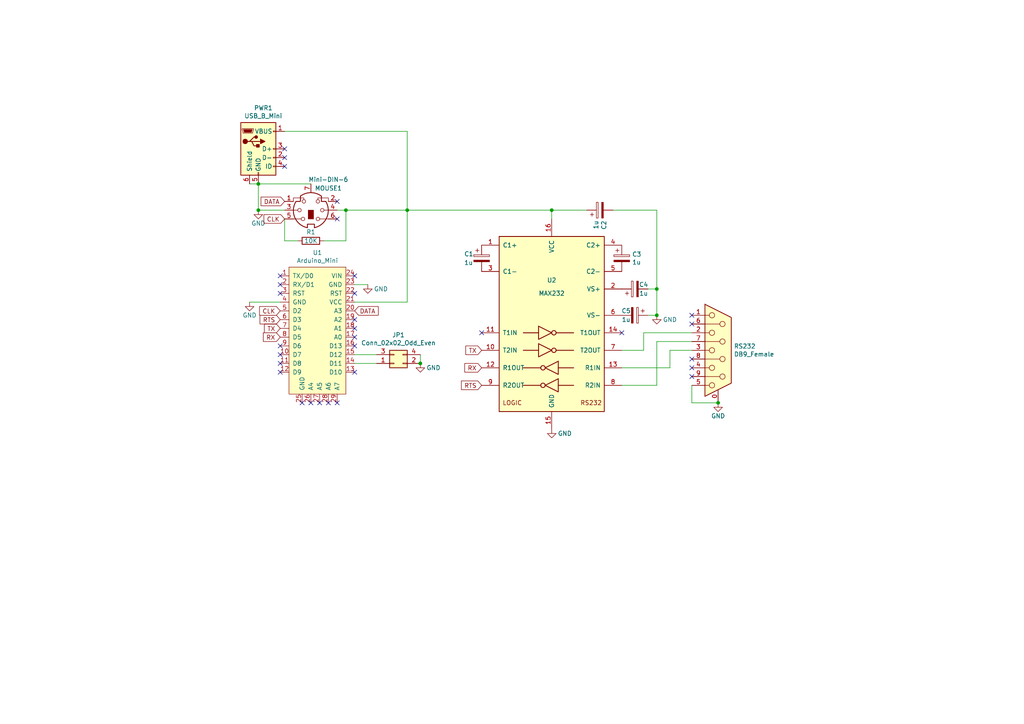
<source format=kicad_sch>
(kicad_sch (version 20211123) (generator eeschema)
  (paper "A4")
  (title_block (title "PS/2 to Serial Mouse Adapter") (date "2021-10-22") (rev "0.7") (company "Necroware") (comment 1 "by Scorp"))
  (lib_symbols
    (symbol "Connector:DB9_Female_MountingHoles" (pin_names (offset 1.016) hide)
      (property "Reference" "J" (at 0 16.51 0))
      (property "Value" "DB9_Female_MountingHoles" (at 0 14.605 0))
      (symbol "DB9_Female_MountingHoles_0_1"
        (circle (center -1.778 -10.16) (radius 0.762))
        (circle (center -1.778 -5.08) (radius 0.762))
        (circle (center -1.778 0) (radius 0.762))
        (circle (center -1.778 5.08) (radius 0.762))
        (circle (center -1.778 10.16) (radius 0.762))
        (polyline (pts (xy -3.81 -10.16) (xy -2.54 -10.16)))
        (polyline (pts (xy -3.81 -7.62) (xy 0.508 -7.62)))
        (polyline (pts (xy -3.81 -5.08) (xy -2.54 -5.08)))
        (polyline (pts (xy -3.81 -2.54) (xy 0.508 -2.54)))
        (polyline (pts (xy -3.81 0) (xy -2.54 0)))
        (polyline (pts (xy -3.81 2.54) (xy 0.508 2.54)))
        (polyline (pts (xy -3.81 5.08) (xy -2.54 5.08)))
        (polyline (pts (xy -3.81 7.62) (xy 0.508 7.62)))
        (polyline (pts (xy -3.81 10.16) (xy -2.54 10.16)))
        (polyline (pts (xy -3.81 13.335) (xy -3.81 -13.335) (xy 3.81 -9.525) (xy 3.81 9.525) (xy -3.81 13.335)) (stroke (width 0.254)) (fill (type background)))
        (circle (center 1.27 -7.62) (radius 0.762))
        (circle (center 1.27 -2.54) (radius 0.762))
        (circle (center 1.27 2.54) (radius 0.762))
        (circle (center 1.27 7.62) (radius 0.762))
      )
      (symbol "DB9_Female_MountingHoles_1_1"
        (pin passive line (at 0 -15.24 90) (length 3.81) (name "PAD") (number "0"))
        (pin passive line (at -7.62 10.16 0) (length 3.81) (name "1") (number "1"))
        (pin passive line (at -7.62 5.08 0) (length 3.81) (name "2") (number "2"))
        (pin passive line (at -7.62 0 0) (length 3.81) (name "3") (number "3"))
        (pin passive line (at -7.62 -5.08 0) (length 3.81) (name "4") (number "4"))
        (pin passive line (at -7.62 -10.16 0) (length 3.81) (name "5") (number "5"))
        (pin passive line (at -7.62 7.62 0) (length 3.81) (name "6") (number "6"))
        (pin passive line (at -7.62 2.54 0) (length 3.81) (name "7") (number "7"))
        (pin passive line (at -7.62 -2.54 0) (length 3.81) (name "8") (number "8"))
        (pin passive line (at -7.62 -7.62 0) (length 3.81) (name "9") (number "9"))
      )
    )
    (symbol "Connector:USB_B_Mini" (pin_names (offset 1.016))
      (property "Reference" "J" (at -5.08 11.43 0))
      (property "Value" "USB_B_Mini" (at -5.08 8.89 0))
      (symbol "USB_B_Mini_0_1"
        (rectangle (start -5.08 -7.62) (end 5.08 7.62) (stroke (width 0.254)) (fill (type background)))
        (circle (center -3.81 2.159) (radius 0.635) (stroke (width 0.254)) (fill (type outline)))
        (circle (center -0.635 3.429) (radius 0.381) (stroke (width 0.254)) (fill (type outline)))
        (rectangle (start -0.127 -7.62) (end 0.127 -6.858))
        (polyline (pts (xy -1.905 2.159) (xy 0.635 2.159)) (stroke (width 0.254)))
        (polyline (pts (xy -3.175 2.159) (xy -2.54 2.159) (xy -1.27 3.429) (xy -0.635 3.429)) (stroke (width 0.254)))
        (polyline (pts (xy -2.54 2.159) (xy -1.905 2.159) (xy -1.27 0.889) (xy 0 0.889)) (stroke (width 0.254)))
        (polyline (pts (xy 0.635 2.794) (xy 0.635 1.524) (xy 1.905 2.159) (xy 0.635 2.794)) (stroke (width 0.254)) (fill (type outline)))
        (polyline (pts (xy -4.318 5.588) (xy -1.778 5.588) (xy -2.032 4.826) (xy -4.064 4.826) (xy -4.318 5.588)) (fill (type outline)))
        (polyline (pts (xy -4.699 5.842) (xy -4.699 5.588) (xy -4.445 4.826) (xy -4.445 4.572) (xy -1.651 4.572) (xy -1.651 4.826) (xy -1.397 5.588) (xy -1.397 5.842) (xy -4.699 5.842)))
        (rectangle (start 0.254 1.27) (end -0.508 0.508) (stroke (width 0.254)) (fill (type outline)))
        (rectangle (start 5.08 -5.207) (end 4.318 -4.953))
        (rectangle (start 5.08 -2.667) (end 4.318 -2.413))
        (rectangle (start 5.08 -0.127) (end 4.318 0.127))
        (rectangle (start 5.08 4.953) (end 4.318 5.207))
      )
      (symbol "USB_B_Mini_1_1"
        (pin power_out line (at 7.62 5.08 180) (length 2.54) (name "VBUS") (number "1"))
        (pin bidirectional line (at 7.62 -2.54 180) (length 2.54) (name "D-") (number "2"))
        (pin bidirectional line (at 7.62 0 180) (length 2.54) (name "D+") (number "3"))
        (pin passive line (at 7.62 -5.08 180) (length 2.54) (name "ID") (number "4"))
        (pin power_out line (at 0 -10.16 90) (length 2.54) (name "GND") (number "5"))
        (pin passive line (at -2.54 -10.16 90) (length 2.54) (name "Shield") (number "6"))
      )
    )
    (symbol "Connector_Generic:Conn_02x02_Odd_Even" (pin_names (offset 1.016) hide)
      (property "Reference" "J" (at 1.27 2.54 0))
      (property "Value" "Conn_02x02_Odd_Even" (at 1.27 -5.08 0))
      (symbol "Conn_02x02_Odd_Even_1_1"
        (rectangle (start -1.27 -2.413) (end 0 -2.667) (stroke (width 0.1524)))
        (rectangle (start -1.27 0.127) (end 0 -0.127) (stroke (width 0.1524)))
        (rectangle (start -1.27 1.27) (end 3.81 -3.81) (stroke (width 0.254)) (fill (type background)))
        (rectangle (start 3.81 -2.413) (end 2.54 -2.667) (stroke (width 0.1524)))
        (rectangle (start 3.81 0.127) (end 2.54 -0.127) (stroke (width 0.1524)))
        (pin passive line (at -5.08 0 0) (length 3.81) (name "Pin_1") (number "1"))
        (pin passive line (at 7.62 0 180) (length 3.81) (name "Pin_2") (number "2"))
        (pin passive line (at -5.08 -2.54 0) (length 3.81) (name "Pin_3") (number "3"))
        (pin passive line (at 7.62 -2.54 180) (length 3.81) (name "Pin_4") (number "4"))
      )
    )
    (symbol "Device:R" (pin_numbers hide) (pin_names (offset 0))
      (property "Reference" "R" (at 2.032 0 90))
      (property "Value" "R" (at 0 0 90))
      (symbol "R_0_1"
        (rectangle (start -1.016 -2.54) (end 1.016 2.54) (stroke (width 0.254)))
      )
      (symbol "R_1_1"
        (pin passive line (at 0 3.81 270) (length 1.27) (name "~") (number "1"))
        (pin passive line (at 0 -3.81 90) (length 1.27) (name "~") (number "2"))
      )
    )
    (symbol "Interface_UART:MAX232" (pin_names (offset 1.016))
      (property "Reference" "U" (at -2.54 28.575 0))
      (property "Value" "MAX232" (at -2.54 26.67 0))
      (symbol "MAX232_0_0"
        (text "LOGIC" (at -11.43 -22.86 0) (effects (font (size 1.27 1.27))))
        (text "RS232" (at 11.43 -22.86 0) (effects (font (size 1.27 1.27))))
      )
      (symbol "MAX232_0_1"
        (rectangle (start -15.24 -25.4) (end 15.24 25.4) (stroke (width 0.254)) (fill (type background)))
        (circle (center -2.54 -17.78) (radius 0.635) (stroke (width 0.254)))
        (circle (center -2.54 -12.7) (radius 0.635) (stroke (width 0.254)))
        (polyline (pts (xy -3.81 -7.62) (xy -8.255 -7.62)) (stroke (width 0.254)))
        (polyline (pts (xy -3.81 -2.54) (xy -8.255 -2.54)) (stroke (width 0.254)))
        (polyline (pts (xy -3.175 -17.78) (xy -8.255 -17.78)) (stroke (width 0.254)))
        (polyline (pts (xy -3.175 -12.7) (xy -8.255 -12.7)) (stroke (width 0.254)))
        (polyline (pts (xy 1.27 -7.62) (xy 6.35 -7.62)) (stroke (width 0.254)))
        (polyline (pts (xy 1.27 -2.54) (xy 6.35 -2.54)) (stroke (width 0.254)))
        (polyline (pts (xy 1.905 -17.78) (xy 6.35 -17.78)) (stroke (width 0.254)))
        (polyline (pts (xy 1.905 -12.7) (xy 6.35 -12.7)) (stroke (width 0.254)))
        (polyline (pts (xy -3.81 -5.715) (xy -3.81 -9.525) (xy 0 -7.62) (xy -3.81 -5.715)) (stroke (width 0.254)))
        (polyline (pts (xy -3.81 -0.635) (xy -3.81 -4.445) (xy 0 -2.54) (xy -3.81 -0.635)) (stroke (width 0.254)))
        (polyline (pts (xy 1.905 -15.875) (xy 1.905 -19.685) (xy -1.905 -17.78) (xy 1.905 -15.875)) (stroke (width 0.254)))
        (polyline (pts (xy 1.905 -10.795) (xy 1.905 -14.605) (xy -1.905 -12.7) (xy 1.905 -10.795)) (stroke (width 0.254)))
        (circle (center 0.635 -7.62) (radius 0.635) (stroke (width 0.254)))
        (circle (center 0.635 -2.54) (radius 0.635) (stroke (width 0.254)))
      )
      (symbol "MAX232_1_1"
        (pin passive line (at -20.32 22.86 0) (length 5.08) (name "C1+") (number "1"))
        (pin input line (at -20.32 -7.62 0) (length 5.08) (name "T2IN") (number "10"))
        (pin input line (at -20.32 -2.54 0) (length 5.08) (name "T1IN") (number "11"))
        (pin output line (at -20.32 -12.7 0) (length 5.08) (name "R1OUT") (number "12"))
        (pin input line (at 20.32 -12.7 180) (length 5.08) (name "R1IN") (number "13"))
        (pin output line (at 20.32 -2.54 180) (length 5.08) (name "T1OUT") (number "14"))
        (pin power_in line (at 0 -30.48 90) (length 5.08) (name "GND") (number "15"))
        (pin power_in line (at 0 30.48 270) (length 5.08) (name "VCC") (number "16"))
        (pin power_out line (at 20.32 10.16 180) (length 5.08) (name "VS+") (number "2"))
        (pin passive line (at -20.32 15.24 0) (length 5.08) (name "C1-") (number "3"))
        (pin passive line (at 20.32 22.86 180) (length 5.08) (name "C2+") (number "4"))
        (pin passive line (at 20.32 15.24 180) (length 5.08) (name "C2-") (number "5"))
        (pin power_out line (at 20.32 2.54 180) (length 5.08) (name "VS-") (number "6"))
        (pin output line (at 20.32 -7.62 180) (length 5.08) (name "T2OUT") (number "7"))
        (pin input line (at 20.32 -17.78 180) (length 5.08) (name "R2IN") (number "8"))
        (pin output line (at -20.32 -17.78 0) (length 5.08) (name "R2OUT") (number "9"))
      )
    )
    (symbol "Necroware:Mini-DIN-6_shielded" (pin_names (offset 1.016))
      (property "Reference" "J" (at 0 6.35 0))
      (property "Value" "Mini-DIN-6_shielded" (at 1.27 8.89 0))
      (symbol "Mini-DIN-6_shielded_0_1"
        (circle (center -3.302 0) (radius 0.508))
        (arc (start -3.048 -4.064) (mid 0 -5.08) (end 3.048 -4.064) (stroke (width 0.254)))
        (circle (center -2.032 -2.54) (radius 0.508))
        (circle (center -2.032 2.54) (radius 0.508))
        (arc (start -1.016 5.08) (mid -4.6228 2.1214) (end -4.318 -2.54) (stroke (width 0.254)))
        (rectangle (start -0.762 2.54) (end 0.762 0) (fill (type outline)))
        (polyline (pts (xy -3.81 0) (xy -5.08 0)))
        (polyline (pts (xy -2.54 2.54) (xy -5.08 2.54)))
        (polyline (pts (xy 2.794 2.54) (xy 5.08 2.54)))
        (polyline (pts (xy 5.08 0) (xy 3.81 0)))
        (polyline (pts (xy -4.318 -2.54) (xy -3.048 -2.54) (xy -3.048 -4.064)) (stroke (width 0.254)))
        (polyline (pts (xy 4.318 -2.54) (xy 3.048 -2.54) (xy 3.048 -4.064)) (stroke (width 0.254)))
        (polyline (pts (xy -2.032 -3.048) (xy -2.032 -3.556) (xy -5.08 -3.556) (xy -5.08 -2.54)))
        (polyline (pts (xy -1.016 5.08) (xy -1.016 4.064) (xy 1.016 4.064) (xy 1.016 5.08)) (stroke (width 0.254)))
        (polyline (pts (xy 2.032 -3.048) (xy 2.032 -3.556) (xy 5.08 -3.556) (xy 5.08 -2.54)))
        (circle (center 2.032 -2.54) (radius 0.508))
        (circle (center 2.286 2.54) (radius 0.508))
        (circle (center 3.302 0) (radius 0.508))
        (arc (start 4.318 -2.54) (mid 4.6661 2.1322) (end 1.016 5.08) (stroke (width 0.254)))
      )
      (symbol "Mini-DIN-6_shielded_1_1"
        (pin passive line (at 7.62 -2.54 180) (length 2.54) (name "~") (number "1"))
        (pin passive line (at -7.62 -2.54 0) (length 2.54) (name "~") (number "2"))
        (pin passive line (at 7.62 0 180) (length 2.54) (name "~") (number "3"))
        (pin passive line (at -7.62 0 0) (length 2.54) (name "~") (number "4"))
        (pin passive line (at 7.62 2.54 180) (length 2.54) (name "~") (number "5"))
        (pin passive line (at -7.62 2.54 0) (length 2.54) (name "~") (number "6"))
        (pin bidirectional line (at 0 -7.62 90) (length 2.54) (name "~") (number "7"))
      )
    )
    (symbol "power:GND" (power) (pin_names (offset 0))
      (property "Value" "GND" (at 0 -3.81 0))
      (symbol "GND_0_1"
        (polyline (pts (xy 0 0) (xy 0 -1.27) (xy 1.27 -1.27) (xy 0 -2.54) (xy -1.27 -1.27) (xy 0 -1.27)))
      )
      (symbol "GND_1_1"
        (pin power_in line (at 0 0 270) (length 0) hide (name "GND") (number "1"))
      )
    )
    (symbol "ps2-serial-mouse-adapter-rescue:CP-Device" (pin_numbers hide) (pin_names (offset 0.254))
      (property "Reference" "C" (at 0.635 2.54 0))
      (property "Value" "CP-Device" (at 0.635 -2.54 0))
      (symbol "CP-Device_0_1"
        (rectangle (start -2.286 0.508) (end 2.286 1.016))
        (polyline (pts (xy -1.778 2.286) (xy -0.762 2.286)))
        (polyline (pts (xy -1.27 2.794) (xy -1.27 1.778)))
        (rectangle (start 2.286 -0.508) (end -2.286 -1.016) (fill (type outline)))
      )
      (symbol "CP-Device_1_1"
        (pin passive line (at 0 3.81 270) (length 2.794) (name "~") (number "1"))
        (pin passive line (at 0 -3.81 90) (length 2.794) (name "~") (number "2"))
      )
    )
    (symbol "ps2-serial-mouse-adapter:Arduino_Mini" (pin_names (offset 1.016))
      (property "Reference" "U1" (at 10.795 1.651 0))
      (property "Value" "Arduino_Mini" (at 10.795 -0.6604 0))
      (symbol "Arduino_Mini_0_1"
        (rectangle (start 2.54 -2.54) (end 19.05 -39.37) (fill (type background)))
      )
      (symbol "Arduino_Mini_1_1"
        (pin bidirectional line (at 0 -5.08 0) (length 2.54) (name "TX/D0") (number "1"))
        (pin bidirectional line (at 0 -27.94 0) (length 2.54) (name "D7") (number "10"))
        (pin bidirectional line (at 0 -30.48 0) (length 2.54) (name "D8") (number "11"))
        (pin bidirectional line (at 0 -33.02 0) (length 2.54) (name "D9") (number "12"))
        (pin bidirectional line (at 21.59 -33.02 180) (length 2.54) (name "D10") (number "13"))
        (pin bidirectional line (at 21.59 -30.48 180) (length 2.54) (name "D11") (number "14"))
        (pin bidirectional line (at 21.59 -27.94 180) (length 2.54) (name "D12") (number "15"))
        (pin bidirectional line (at 21.59 -25.4 180) (length 2.54) (name "D13") (number "16"))
        (pin bidirectional line (at 21.59 -22.86 180) (length 2.54) (name "A0") (number "17"))
        (pin bidirectional line (at 21.59 -20.32 180) (length 2.54) (name "A1") (number "18"))
        (pin bidirectional line (at 21.59 -17.78 180) (length 2.54) (name "A2") (number "19"))
        (pin bidirectional line (at 0 -7.62 0) (length 2.54) (name "RX/D1") (number "2"))
        (pin bidirectional line (at 21.59 -15.24 180) (length 2.54) (name "A3") (number "20"))
        (pin bidirectional line (at 21.59 -12.7 180) (length 2.54) (name "VCC") (number "21"))
        (pin bidirectional line (at 21.59 -10.16 180) (length 2.54) (name "RST") (number "22"))
        (pin bidirectional line (at 21.59 -7.62 180) (length 2.54) (name "GND") (number "23"))
        (pin bidirectional line (at 21.59 -5.08 180) (length 2.54) (name "VIN") (number "24"))
        (pin bidirectional line (at 6.35 -41.91 90) (length 2.54) (name "GND") (number "25"))
        (pin bidirectional line (at 8.89 -41.91 90) (length 2.54) (name "A4") (number "26"))
        (pin bidirectional line (at 11.43 -41.91 90) (length 2.54) (name "A5") (number "27"))
        (pin bidirectional line (at 13.97 -41.91 90) (length 2.54) (name "A6") (number "28"))
        (pin bidirectional line (at 16.51 -41.91 90) (length 2.54) (name "A7") (number "29"))
        (pin bidirectional line (at 0 -10.16 0) (length 2.54) (name "RST") (number "3"))
        (pin bidirectional line (at 0 -12.7 0) (length 2.54) (name "GND") (number "4"))
        (pin bidirectional line (at 0 -15.24 0) (length 2.54) (name "D2") (number "5"))
        (pin bidirectional line (at 0 -17.78 0) (length 2.54) (name "D3") (number "6"))
        (pin bidirectional line (at 0 -20.32 0) (length 2.54) (name "D4") (number "7"))
        (pin bidirectional line (at 0 -22.86 0) (length 2.54) (name "D5") (number "8"))
        (pin bidirectional line (at 0 -25.4 0) (length 2.54) (name "D6") (number "9"))
      )
    )
  )
  (junction (at 100.33 60.96))
  (junction (at 74.93 60.96))
  (junction (at 208.28 116.84))
  (junction (at 74.93 53.34))
  (junction (at 118.11 60.96))
  (junction (at 160.02 60.96))
  (junction (at 121.92 105.41))
  (junction (at 190.5 83.82))
  (junction (at 190.5 91.44))
  (no_connect (at 102.87 97.79))
  (no_connect (at 81.28 107.95))
  (no_connect (at 95.25 116.84))
  (no_connect (at 81.28 100.33))
  (no_connect (at 139.7 96.52))
  (no_connect (at 90.17 116.84))
  (no_connect (at 81.28 102.87))
  (no_connect (at 97.79 63.5))
  (no_connect (at 180.34 96.52))
  (no_connect (at 81.28 80.01))
  (no_connect (at 82.55 43.18))
  (no_connect (at 97.79 116.84))
  (no_connect (at 87.63 116.84))
  (no_connect (at 200.66 93.98))
  (no_connect (at 81.28 82.55))
  (no_connect (at 200.66 91.44))
  (no_connect (at 81.28 105.41))
  (no_connect (at 102.87 100.33))
  (no_connect (at 102.87 95.25))
  (no_connect (at 200.66 109.22))
  (no_connect (at 102.87 92.71))
  (no_connect (at 82.55 45.72))
  (no_connect (at 92.71 116.84))
  (no_connect (at 97.79 58.42))
  (no_connect (at 102.87 107.95))
  (no_connect (at 102.87 80.01))
  (no_connect (at 81.28 85.09))
  (no_connect (at 102.87 85.09))
  (no_connect (at 200.66 104.14))
  (no_connect (at 200.66 106.68))
  (no_connect (at 82.55 48.26))
  (wire (pts (xy 200.66 96.52) (xy 186.69 96.52)))
  (wire (pts (xy 194.31 101.6) (xy 200.66 101.6)))
  (wire (pts (xy 97.79 60.96) (xy 100.33 60.96)))
  (wire (pts (xy 190.5 111.76) (xy 180.34 111.76)))
  (wire (pts (xy 177.8 60.96) (xy 190.5 60.96)))
  (wire (pts (xy 72.39 53.34) (xy 74.93 53.34)))
  (wire (pts (xy 187.96 83.82) (xy 190.5 83.82)))
  (wire (pts (xy 82.55 63.5) (xy 82.55 69.85)))
  (wire (pts (xy 190.5 111.76) (xy 190.5 99.06)))
  (wire (pts (xy 102.87 87.63) (xy 118.11 87.63)))
  (wire (pts (xy 121.92 102.87) (xy 121.92 105.41)))
  (wire (pts (xy 102.87 82.55) (xy 106.68 82.55)))
  (wire (pts (xy 82.55 69.85) (xy 86.36 69.85)))
  (wire (pts (xy 190.5 60.96) (xy 190.5 83.82)))
  (wire (pts (xy 118.11 38.1) (xy 118.11 60.96)))
  (wire (pts (xy 170.18 60.96) (xy 160.02 60.96)))
  (wire (pts (xy 118.11 87.63) (xy 118.11 60.96)))
  (wire (pts (xy 118.11 60.96) (xy 160.02 60.96)))
  (wire (pts (xy 74.93 53.34) (xy 90.17 53.34)))
  (wire (pts (xy 200.66 116.84) (xy 208.28 116.84)))
  (wire (pts (xy 186.69 96.52) (xy 186.69 101.6)))
  (wire (pts (xy 102.87 102.87) (xy 109.22 102.87)))
  (wire (pts (xy 190.5 83.82) (xy 190.5 91.44)))
  (wire (pts (xy 180.34 106.68) (xy 194.31 106.68)))
  (wire (pts (xy 74.93 60.96) (xy 82.55 60.96)))
  (wire (pts (xy 187.96 91.44) (xy 190.5 91.44)))
  (wire (pts (xy 102.87 105.41) (xy 109.22 105.41)))
  (wire (pts (xy 200.66 111.76) (xy 200.66 116.84)))
  (wire (pts (xy 100.33 69.85) (xy 100.33 60.96)))
  (wire (pts (xy 82.55 38.1) (xy 118.11 38.1)))
  (wire (pts (xy 93.98 69.85) (xy 100.33 69.85)))
  (wire (pts (xy 186.69 101.6) (xy 180.34 101.6)))
  (wire (pts (xy 194.31 106.68) (xy 194.31 101.6)))
  (wire (pts (xy 74.93 53.34) (xy 74.93 60.96)))
  (wire (pts (xy 190.5 99.06) (xy 200.66 99.06)))
  (wire (pts (xy 81.28 87.63) (xy 72.39 87.63)))
  (wire (pts (xy 100.33 60.96) (xy 118.11 60.96)))
  (wire (pts (xy 160.02 60.96) (xy 160.02 63.5)))
  (global_label "TX" (shape input) (at 139.7 101.6 180) (property "Intersheet References" "${INTERSHEET_REFS}" (effects hide)))
  (global_label "DATA" (shape input) (at 102.87 90.17 0) (property "Intersheet References" "${INTERSHEET_REFS}" (effects hide)))
  (global_label "RTS" (shape input) (at 139.7 111.76 180) (property "Intersheet References" "${INTERSHEET_REFS}" (effects hide)))
  (global_label "RX" (shape input) (at 81.28 97.79 180) (property "Intersheet References" "${INTERSHEET_REFS}" (effects hide)))
  (global_label "CLK" (shape input) (at 81.28 90.17 180) (property "Intersheet References" "${INTERSHEET_REFS}" (effects hide)))
  (global_label "RTS" (shape input) (at 81.28 92.71 180) (property "Intersheet References" "${INTERSHEET_REFS}" (effects hide)))
  (global_label "DATA" (shape input) (at 82.55 58.42 180) (property "Intersheet References" "${INTERSHEET_REFS}" (effects hide)))
  (global_label "TX" (shape input) (at 81.28 95.25 180) (property "Intersheet References" "${INTERSHEET_REFS}" (effects hide)))
  (global_label "CLK" (shape input) (at 82.55 63.5 180) (property "Intersheet References" "${INTERSHEET_REFS}" (effects hide)))
  (global_label "RX" (shape input) (at 139.7 106.68 180) (property "Intersheet References" "${INTERSHEET_REFS}" (effects hide)))
  (symbol (lib_id "power:GND") (at 208.28 116.84 0) (unit 1)
    (property "Reference" "#PWR07" (effects hide))
    (property "Value" "GND" (at 208.28 120.65 0))
  )
  (symbol (lib_id "ps2-serial-mouse-adapter:Arduino_Mini") (at 81.28 74.93 0) (unit 1)
    (property "Reference" "U1" (at 92.075 73.279 0))
    (property "Value" "Arduino_Mini" (at 92.075 75.5904 0))
    (property "Footprint" "Package_DIP:DIP-24_W15.24mm_Socket" (effects hide))
  )
  (symbol (lib_id "Interface_UART:MAX232") (at 160.02 93.98 0) (unit 1)
    (property "Reference" "U2" (at 160.02 81.28 0))
    (property "Value" "MAX232" (at 160.02 85.09 0))
    (property "Footprint" "Package_DIP:DIP-16_W7.62mm_Socket" (effects hide))
    (property "Datasheet" "http://www.ti.com/lit/ds/symlink/max232.pdf" (effects hide))
    (property "LCSC Part" "C911187" (effects hide))
  )
  (symbol (lib_id "power:GND") (at 106.68 82.55 0) (unit 1)
    (property "Reference" "#PWR04" (effects hide))
    (property "Value" "GND" (at 110.49 83.82 0))
  )
  (symbol (lib_id "Connector:DB9_Female_MountingHoles") (at 208.28 101.6 0) (unit 1)
    (property "Reference" "RS232" (at 212.852 100.4316 0) (effects (justify left)))
    (property "Value" "DB9_Female" (at 212.852 102.743 0) (effects (justify left)))
    (property "Footprint" "Connector_Dsub:DSUB-9_Female_Horizontal_P2.77x2.84mm_EdgePinOffset7.70mm_Housed_MountingHolesOffset9.12mm" (effects hide))
    (property "Datasheet" " ~" (effects hide))
  )
  (symbol (lib_id "power:GND") (at 72.39 87.63 0) (unit 1)
    (property "Reference" "#PWR02" (effects hide))
    (property "Value" "GND" (at 72.39 91.44 0))
  )
  (symbol (lib_id "Necroware:Mini-DIN-6_shielded") (at 90.17 60.96 180) (unit 1)
    (property "Reference" "MOUSE1" (at 95.25 54.61 0))
    (property "Value" "Mini-DIN-6" (at 95.25 52.07 0))
    (property "Footprint" "Necroware:Mini_DIN_6_LCSC_C77848" (effects hide))
    (property "Datasheet" "http://service.powerdynamics.com/ec/Catalog17/Section%2011.pdf" (effects hide))
    (property "LCSC Part" "C77848" (effects hide))
  )
  (symbol (lib_id "ps2-serial-mouse-adapter-rescue:CP-Device") (at 139.7 74.93 0) (unit 1)
    (property "Reference" "C1" (at 134.62 73.66 0) (effects (justify left)))
    (property "Value" "1u" (at 134.62 76.2 0) (effects (justify left)))
    (property "Footprint" "Capacitor_THT:CP_Radial_D4.0mm_P1.50mm" (effects hide))
  )
  (symbol (lib_id "ps2-serial-mouse-adapter-rescue:CP-Device") (at 173.99 60.96 90) (unit 1)
    (property "Reference" "C2" (at 175.1584 63.9572 0) (effects (justify right)))
    (property "Value" "1u" (at 172.847 63.9572 0) (effects (justify right)))
    (property "Footprint" "Capacitor_THT:CP_Radial_D4.0mm_P1.50mm" (effects hide))
  )
  (symbol (lib_id "ps2-serial-mouse-adapter-rescue:CP-Device") (at 184.15 91.44 270) (unit 1)
    (property "Reference" "C5" (at 181.61 90.17 90))
    (property "Value" "1u" (at 181.61 92.71 90))
    (property "Footprint" "Capacitor_THT:CP_Radial_D4.0mm_P1.50mm" (effects hide))
  )
  (symbol (lib_id "ps2-serial-mouse-adapter-rescue:CP-Device") (at 184.15 83.82 90) (unit 1)
    (property "Reference" "C4" (at 186.69 82.55 90))
    (property "Value" "1u" (at 186.69 85.09 90))
    (property "Footprint" "Capacitor_THT:CP_Radial_D4.0mm_P1.50mm" (effects hide))
  )
  (symbol (lib_id "ps2-serial-mouse-adapter-rescue:CP-Device") (at 180.34 74.93 0) (unit 1)
    (property "Reference" "C3" (at 183.3372 73.7616 0) (effects (justify left)))
    (property "Value" "1u" (at 183.3372 76.073 0) (effects (justify left)))
    (property "Footprint" "Capacitor_THT:CP_Radial_D4.0mm_P1.50mm" (effects hide))
  )
  (symbol (lib_id "power:GND") (at 74.93 60.96 0) (unit 1)
    (property "Reference" "#PWR01" (effects hide))
    (property "Value" "GND" (at 74.93 64.77 0))
  )
  (symbol (lib_id "power:GND") (at 190.5 91.44 0) (unit 1)
    (property "Reference" "#PWR06" (effects hide))
    (property "Value" "GND" (at 194.31 92.71 0))
  )
  (symbol (lib_id "Connector:USB_B_Mini") (at 74.93 43.18 0) (unit 1)
    (property "Reference" "PWR1" (at 76.3778 31.3182 0))
    (property "Value" "USB_B_Mini" (at 76.3778 33.6296 0))
    (property "Footprint" "MyLibrary:USB_Mini-B-Jing_Extension_LSCS_C46398" (effects hide))
  )
  (symbol (lib_id "power:GND") (at 160.02 124.46 0) (unit 1)
    (property "Reference" "#PWR05" (effects hide))
    (property "Value" "GND" (at 163.83 125.73 0))
  )
  (symbol (lib_id "Connector_Generic:Conn_02x02_Odd_Even") (at 114.3 105.41 0) (mirror x) (unit 1)
    (property "Reference" "JP1" (at 115.57 97.155 0))
    (property "Value" "Conn_02x02_Odd_Even" (at 115.57 99.4664 0))
    (property "Footprint" "Connector_PinSocket_2.54mm:PinSocket_2x02_P2.54mm_Vertical" (effects hide))
  )
  (symbol (lib_id "power:GND") (at 121.92 105.41 0) (unit 1)
    (property "Reference" "#PWR03" (effects hide))
    (property "Value" "GND" (at 125.73 106.68 0))
  )
  (symbol (lib_id "Device:R") (at 90.17 69.85 270) (unit 1)
    (property "Reference" "R1" (at 90.17 67.31 90))
    (property "Value" "10K" (at 90.17 69.85 90))
    (property "Footprint" "Resistor_THT:R_Axial_DIN0207_L6.3mm_D2.5mm_P7.62mm_Horizontal" (effects hide))
    (property "LCSC" "C57436" (effects hide))
  )
)
</source>
